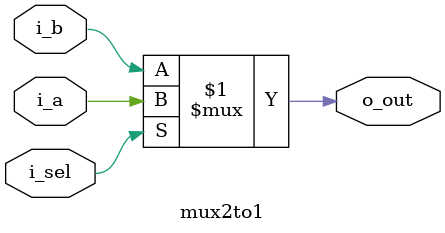
<source format=v>
`default_nettype none

module mux2to1(i_a, i_b, i_sel, o_out);
  input  wire i_a, i_b, i_sel;
  output wire o_out;

  assign o_out = (i_sel) ? i_a : i_b;
endmodule

</source>
